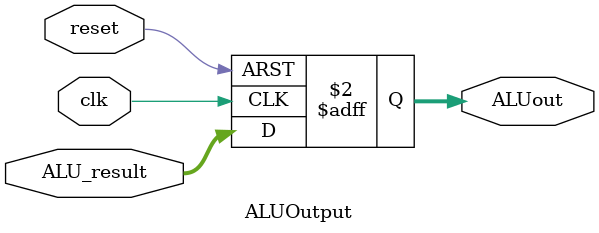
<source format=v>
module ALUOutput (
    input wire clk,
    input wire reset,
    input wire [31:0] ALU_result,
    output reg [31:0] ALUout
);

always @(posedge clk or posedge reset) begin
    if (reset) begin
        ALUout <= 32'h0;
    end else begin
        ALUout <= ALU_result;
    end
end

endmodule


</source>
